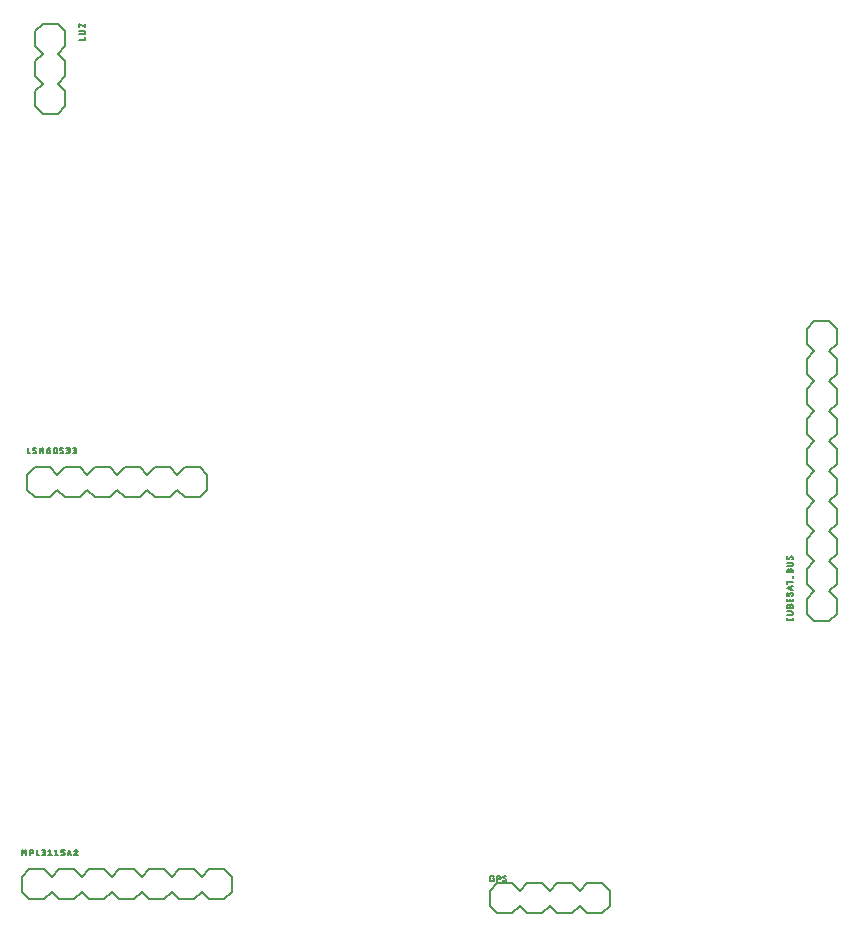
<source format=gbr>
G04 EAGLE Gerber RS-274X export*
G75*
%MOMM*%
%FSLAX34Y34*%
%LPD*%
%INSilkscreen Top*%
%IPPOS*%
%AMOC8*
5,1,8,0,0,1.08239X$1,22.5*%
G01*
%ADD10C,0.203200*%
%ADD11C,0.127000*%


D10*
X621250Y115100D02*
X633950Y115100D01*
X640300Y108750D01*
X640300Y96050D02*
X633950Y89700D01*
X595850Y115100D02*
X589500Y108750D01*
X595850Y115100D02*
X608550Y115100D01*
X614900Y108750D01*
X614900Y96050D02*
X608550Y89700D01*
X595850Y89700D01*
X589500Y96050D01*
X614900Y108750D02*
X621250Y115100D01*
X614900Y96050D02*
X621250Y89700D01*
X633950Y89700D01*
X557750Y115100D02*
X545050Y115100D01*
X557750Y115100D02*
X564100Y108750D01*
X564100Y96050D02*
X557750Y89700D01*
X564100Y108750D02*
X570450Y115100D01*
X583150Y115100D01*
X589500Y108750D01*
X589500Y96050D02*
X583150Y89700D01*
X570450Y89700D01*
X564100Y96050D01*
X538700Y96050D02*
X538700Y108750D01*
X545050Y115100D01*
X538700Y96050D02*
X545050Y89700D01*
X557750Y89700D01*
X640300Y96050D02*
X640300Y108750D01*
D11*
X542016Y119686D02*
X541212Y119686D01*
X542016Y119686D02*
X542016Y117005D01*
X540407Y117005D01*
X540342Y117007D01*
X540278Y117013D01*
X540214Y117023D01*
X540150Y117036D01*
X540088Y117054D01*
X540027Y117075D01*
X539967Y117099D01*
X539909Y117128D01*
X539852Y117160D01*
X539798Y117195D01*
X539746Y117233D01*
X539696Y117275D01*
X539649Y117319D01*
X539605Y117366D01*
X539563Y117416D01*
X539525Y117468D01*
X539490Y117522D01*
X539458Y117579D01*
X539429Y117637D01*
X539405Y117697D01*
X539384Y117758D01*
X539366Y117820D01*
X539353Y117884D01*
X539343Y117948D01*
X539337Y118012D01*
X539335Y118077D01*
X539335Y120759D01*
X539337Y120824D01*
X539343Y120888D01*
X539353Y120952D01*
X539366Y121016D01*
X539384Y121078D01*
X539405Y121139D01*
X539429Y121199D01*
X539458Y121257D01*
X539490Y121314D01*
X539525Y121368D01*
X539563Y121420D01*
X539605Y121470D01*
X539649Y121517D01*
X539696Y121561D01*
X539746Y121603D01*
X539798Y121641D01*
X539852Y121676D01*
X539909Y121708D01*
X539967Y121737D01*
X540027Y121761D01*
X540088Y121782D01*
X540150Y121800D01*
X540214Y121813D01*
X540278Y121823D01*
X540342Y121829D01*
X540407Y121831D01*
X542016Y121831D01*
X545334Y121831D02*
X545334Y117005D01*
X545334Y121831D02*
X546674Y121831D01*
X546745Y121829D01*
X546817Y121823D01*
X546887Y121814D01*
X546957Y121801D01*
X547027Y121784D01*
X547095Y121763D01*
X547162Y121739D01*
X547228Y121711D01*
X547292Y121680D01*
X547355Y121645D01*
X547415Y121607D01*
X547474Y121566D01*
X547530Y121522D01*
X547584Y121475D01*
X547635Y121426D01*
X547683Y121373D01*
X547729Y121318D01*
X547771Y121261D01*
X547811Y121201D01*
X547847Y121140D01*
X547880Y121076D01*
X547909Y121011D01*
X547935Y120945D01*
X547958Y120877D01*
X547977Y120808D01*
X547992Y120738D01*
X548003Y120668D01*
X548011Y120597D01*
X548015Y120526D01*
X548015Y120454D01*
X548011Y120383D01*
X548003Y120312D01*
X547992Y120242D01*
X547977Y120172D01*
X547958Y120103D01*
X547935Y120035D01*
X547909Y119969D01*
X547880Y119904D01*
X547847Y119840D01*
X547811Y119779D01*
X547771Y119719D01*
X547729Y119662D01*
X547683Y119607D01*
X547635Y119554D01*
X547584Y119505D01*
X547530Y119458D01*
X547474Y119414D01*
X547415Y119373D01*
X547355Y119335D01*
X547292Y119300D01*
X547228Y119269D01*
X547162Y119241D01*
X547095Y119217D01*
X547027Y119196D01*
X546957Y119179D01*
X546887Y119166D01*
X546817Y119157D01*
X546745Y119151D01*
X546674Y119149D01*
X546674Y119150D02*
X545334Y119150D01*
X551916Y117005D02*
X551981Y117007D01*
X552045Y117013D01*
X552109Y117023D01*
X552173Y117036D01*
X552235Y117054D01*
X552296Y117075D01*
X552356Y117099D01*
X552414Y117128D01*
X552471Y117160D01*
X552525Y117195D01*
X552577Y117233D01*
X552627Y117275D01*
X552674Y117319D01*
X552718Y117366D01*
X552760Y117416D01*
X552798Y117468D01*
X552833Y117522D01*
X552865Y117579D01*
X552894Y117637D01*
X552918Y117697D01*
X552939Y117758D01*
X552957Y117820D01*
X552970Y117884D01*
X552980Y117948D01*
X552986Y118012D01*
X552988Y118077D01*
X551916Y117005D02*
X551822Y117007D01*
X551728Y117013D01*
X551634Y117023D01*
X551541Y117036D01*
X551449Y117054D01*
X551357Y117075D01*
X551266Y117100D01*
X551176Y117129D01*
X551088Y117162D01*
X551001Y117198D01*
X550916Y117238D01*
X550832Y117281D01*
X550751Y117328D01*
X550671Y117378D01*
X550593Y117431D01*
X550518Y117488D01*
X550445Y117547D01*
X550375Y117610D01*
X550307Y117675D01*
X550442Y120759D02*
X550444Y120824D01*
X550450Y120888D01*
X550460Y120952D01*
X550473Y121016D01*
X550491Y121078D01*
X550512Y121139D01*
X550536Y121199D01*
X550565Y121257D01*
X550597Y121314D01*
X550632Y121368D01*
X550670Y121420D01*
X550712Y121470D01*
X550756Y121517D01*
X550803Y121561D01*
X550853Y121603D01*
X550905Y121641D01*
X550959Y121676D01*
X551016Y121708D01*
X551074Y121737D01*
X551134Y121761D01*
X551195Y121782D01*
X551257Y121800D01*
X551321Y121813D01*
X551385Y121823D01*
X551449Y121829D01*
X551514Y121831D01*
X551600Y121829D01*
X551686Y121824D01*
X551772Y121814D01*
X551857Y121801D01*
X551942Y121785D01*
X552026Y121765D01*
X552109Y121741D01*
X552191Y121714D01*
X552271Y121683D01*
X552351Y121649D01*
X552428Y121611D01*
X552504Y121570D01*
X552578Y121526D01*
X552650Y121479D01*
X552721Y121429D01*
X550978Y119821D02*
X550925Y119854D01*
X550874Y119891D01*
X550825Y119930D01*
X550778Y119972D01*
X550734Y120017D01*
X550693Y120064D01*
X550654Y120113D01*
X550618Y120165D01*
X550585Y120219D01*
X550556Y120274D01*
X550530Y120331D01*
X550507Y120390D01*
X550487Y120449D01*
X550471Y120510D01*
X550458Y120571D01*
X550449Y120634D01*
X550444Y120696D01*
X550442Y120759D01*
X552453Y119015D02*
X552506Y118982D01*
X552557Y118945D01*
X552606Y118906D01*
X552653Y118864D01*
X552697Y118819D01*
X552738Y118772D01*
X552777Y118723D01*
X552813Y118671D01*
X552846Y118617D01*
X552875Y118562D01*
X552901Y118505D01*
X552924Y118446D01*
X552944Y118387D01*
X552960Y118326D01*
X552973Y118265D01*
X552982Y118202D01*
X552987Y118140D01*
X552989Y118077D01*
X552453Y119016D02*
X550978Y119820D01*
D10*
X179500Y786050D02*
X173150Y792400D01*
X179500Y786050D02*
X179500Y773350D01*
X173150Y767000D01*
X160450Y767000D02*
X154100Y773350D01*
X154100Y786050D01*
X160450Y792400D01*
X179500Y824150D02*
X179500Y836850D01*
X179500Y824150D02*
X173150Y817800D01*
X160450Y817800D02*
X154100Y824150D01*
X173150Y817800D02*
X179500Y811450D01*
X179500Y798750D01*
X173150Y792400D01*
X160450Y792400D02*
X154100Y798750D01*
X154100Y811450D01*
X160450Y817800D01*
X160450Y843200D02*
X173150Y843200D01*
X179500Y836850D01*
X160450Y843200D02*
X154100Y836850D01*
X154100Y824150D01*
X160450Y767000D02*
X173150Y767000D01*
D11*
X191405Y829662D02*
X196231Y829662D01*
X196231Y831807D01*
X194890Y834398D02*
X191405Y834398D01*
X194890Y834397D02*
X194961Y834399D01*
X195033Y834405D01*
X195103Y834414D01*
X195173Y834427D01*
X195243Y834444D01*
X195311Y834465D01*
X195378Y834489D01*
X195444Y834517D01*
X195508Y834548D01*
X195571Y834583D01*
X195631Y834621D01*
X195690Y834662D01*
X195746Y834706D01*
X195800Y834753D01*
X195851Y834802D01*
X195899Y834855D01*
X195945Y834910D01*
X195987Y834967D01*
X196027Y835027D01*
X196063Y835088D01*
X196096Y835152D01*
X196125Y835217D01*
X196151Y835283D01*
X196174Y835351D01*
X196193Y835420D01*
X196208Y835490D01*
X196219Y835560D01*
X196227Y835631D01*
X196231Y835702D01*
X196231Y835774D01*
X196227Y835845D01*
X196219Y835916D01*
X196208Y835986D01*
X196193Y836056D01*
X196174Y836125D01*
X196151Y836193D01*
X196125Y836259D01*
X196096Y836324D01*
X196063Y836388D01*
X196027Y836449D01*
X195987Y836509D01*
X195945Y836566D01*
X195899Y836621D01*
X195851Y836674D01*
X195800Y836723D01*
X195746Y836770D01*
X195690Y836814D01*
X195631Y836855D01*
X195571Y836893D01*
X195508Y836928D01*
X195444Y836959D01*
X195378Y836987D01*
X195311Y837011D01*
X195243Y837032D01*
X195173Y837049D01*
X195103Y837062D01*
X195033Y837071D01*
X194961Y837077D01*
X194890Y837079D01*
X191405Y837079D01*
X191405Y839884D02*
X191405Y842565D01*
X196231Y839884D01*
X196231Y842565D01*
D10*
X301250Y127000D02*
X313950Y127000D01*
X320300Y120650D01*
X320300Y107950D02*
X313950Y101600D01*
X275850Y127000D02*
X269500Y120650D01*
X275850Y127000D02*
X288550Y127000D01*
X294900Y120650D01*
X294900Y107950D02*
X288550Y101600D01*
X275850Y101600D01*
X269500Y107950D01*
X294900Y120650D02*
X301250Y127000D01*
X294900Y107950D02*
X301250Y101600D01*
X313950Y101600D01*
X237750Y127000D02*
X225050Y127000D01*
X237750Y127000D02*
X244100Y120650D01*
X244100Y107950D02*
X237750Y101600D01*
X244100Y120650D02*
X250450Y127000D01*
X263150Y127000D01*
X269500Y120650D01*
X269500Y107950D02*
X263150Y101600D01*
X250450Y101600D01*
X244100Y107950D01*
X199650Y127000D02*
X193300Y120650D01*
X199650Y127000D02*
X212350Y127000D01*
X218700Y120650D01*
X218700Y107950D02*
X212350Y101600D01*
X199650Y101600D01*
X193300Y107950D01*
X218700Y120650D02*
X225050Y127000D01*
X218700Y107950D02*
X225050Y101600D01*
X237750Y101600D01*
X161550Y127000D02*
X148850Y127000D01*
X161550Y127000D02*
X167900Y120650D01*
X167900Y107950D02*
X161550Y101600D01*
X167900Y120650D02*
X174250Y127000D01*
X186950Y127000D01*
X193300Y120650D01*
X193300Y107950D02*
X186950Y101600D01*
X174250Y101600D01*
X167900Y107950D01*
X142500Y107950D02*
X142500Y120650D01*
X148850Y127000D01*
X142500Y107950D02*
X148850Y101600D01*
X161550Y101600D01*
X320300Y107950D02*
X320300Y120650D01*
D11*
X143135Y138905D02*
X143135Y143731D01*
X144744Y141050D01*
X146352Y143731D01*
X146352Y138905D01*
X149768Y138905D02*
X149768Y143731D01*
X151108Y143731D01*
X151179Y143729D01*
X151251Y143723D01*
X151321Y143714D01*
X151391Y143701D01*
X151461Y143684D01*
X151529Y143663D01*
X151596Y143639D01*
X151662Y143611D01*
X151726Y143580D01*
X151789Y143545D01*
X151849Y143507D01*
X151908Y143466D01*
X151964Y143422D01*
X152018Y143375D01*
X152069Y143326D01*
X152117Y143273D01*
X152163Y143218D01*
X152205Y143161D01*
X152245Y143101D01*
X152281Y143040D01*
X152314Y142976D01*
X152343Y142911D01*
X152369Y142845D01*
X152392Y142777D01*
X152411Y142708D01*
X152426Y142638D01*
X152437Y142568D01*
X152445Y142497D01*
X152449Y142426D01*
X152449Y142354D01*
X152445Y142283D01*
X152437Y142212D01*
X152426Y142142D01*
X152411Y142072D01*
X152392Y142003D01*
X152369Y141935D01*
X152343Y141869D01*
X152314Y141804D01*
X152281Y141740D01*
X152245Y141679D01*
X152205Y141619D01*
X152163Y141562D01*
X152117Y141507D01*
X152069Y141454D01*
X152018Y141405D01*
X151964Y141358D01*
X151908Y141314D01*
X151849Y141273D01*
X151789Y141235D01*
X151726Y141200D01*
X151662Y141169D01*
X151596Y141141D01*
X151529Y141117D01*
X151461Y141096D01*
X151391Y141079D01*
X151321Y141066D01*
X151251Y141057D01*
X151179Y141051D01*
X151108Y141049D01*
X151108Y141050D02*
X149768Y141050D01*
X155127Y138905D02*
X155127Y143731D01*
X155127Y138905D02*
X157272Y138905D01*
X159679Y138905D02*
X161020Y138905D01*
X161091Y138907D01*
X161163Y138913D01*
X161233Y138922D01*
X161303Y138935D01*
X161373Y138952D01*
X161441Y138973D01*
X161508Y138997D01*
X161574Y139025D01*
X161638Y139056D01*
X161701Y139091D01*
X161761Y139129D01*
X161820Y139170D01*
X161876Y139214D01*
X161930Y139261D01*
X161981Y139310D01*
X162029Y139363D01*
X162075Y139418D01*
X162117Y139475D01*
X162157Y139535D01*
X162193Y139596D01*
X162226Y139660D01*
X162255Y139725D01*
X162281Y139791D01*
X162304Y139859D01*
X162323Y139928D01*
X162338Y139998D01*
X162349Y140068D01*
X162357Y140139D01*
X162361Y140210D01*
X162361Y140282D01*
X162357Y140353D01*
X162349Y140424D01*
X162338Y140494D01*
X162323Y140564D01*
X162304Y140633D01*
X162281Y140701D01*
X162255Y140767D01*
X162226Y140832D01*
X162193Y140896D01*
X162157Y140957D01*
X162117Y141017D01*
X162075Y141074D01*
X162029Y141129D01*
X161981Y141182D01*
X161930Y141231D01*
X161876Y141278D01*
X161820Y141322D01*
X161761Y141363D01*
X161701Y141401D01*
X161638Y141436D01*
X161574Y141467D01*
X161508Y141495D01*
X161441Y141519D01*
X161373Y141540D01*
X161303Y141557D01*
X161233Y141570D01*
X161163Y141579D01*
X161091Y141585D01*
X161020Y141587D01*
X161288Y143731D02*
X159679Y143731D01*
X161288Y143731D02*
X161353Y143729D01*
X161417Y143723D01*
X161481Y143713D01*
X161545Y143700D01*
X161607Y143682D01*
X161668Y143661D01*
X161728Y143637D01*
X161786Y143608D01*
X161843Y143576D01*
X161897Y143541D01*
X161949Y143503D01*
X161999Y143461D01*
X162046Y143417D01*
X162090Y143370D01*
X162132Y143320D01*
X162170Y143268D01*
X162205Y143214D01*
X162237Y143157D01*
X162266Y143099D01*
X162290Y143039D01*
X162311Y142978D01*
X162329Y142916D01*
X162342Y142852D01*
X162352Y142788D01*
X162358Y142724D01*
X162360Y142659D01*
X162358Y142594D01*
X162352Y142530D01*
X162342Y142466D01*
X162329Y142402D01*
X162311Y142340D01*
X162290Y142279D01*
X162266Y142219D01*
X162237Y142161D01*
X162205Y142104D01*
X162170Y142050D01*
X162132Y141998D01*
X162090Y141948D01*
X162046Y141901D01*
X161999Y141857D01*
X161949Y141815D01*
X161897Y141777D01*
X161843Y141742D01*
X161786Y141710D01*
X161728Y141681D01*
X161668Y141657D01*
X161607Y141636D01*
X161545Y141618D01*
X161481Y141605D01*
X161417Y141595D01*
X161353Y141589D01*
X161288Y141587D01*
X161288Y141586D02*
X160216Y141586D01*
X165166Y142659D02*
X166506Y143731D01*
X166506Y138905D01*
X165166Y138905D02*
X167847Y138905D01*
X170652Y142659D02*
X171993Y143731D01*
X171993Y138905D01*
X173333Y138905D02*
X170652Y138905D01*
X176138Y138905D02*
X177747Y138905D01*
X177812Y138907D01*
X177876Y138913D01*
X177940Y138923D01*
X178004Y138936D01*
X178066Y138954D01*
X178127Y138975D01*
X178187Y138999D01*
X178245Y139028D01*
X178302Y139060D01*
X178356Y139095D01*
X178408Y139133D01*
X178458Y139175D01*
X178505Y139219D01*
X178549Y139266D01*
X178591Y139316D01*
X178629Y139368D01*
X178664Y139422D01*
X178696Y139479D01*
X178725Y139537D01*
X178749Y139597D01*
X178770Y139658D01*
X178788Y139720D01*
X178801Y139784D01*
X178811Y139848D01*
X178817Y139912D01*
X178819Y139977D01*
X178819Y140514D01*
X178817Y140579D01*
X178811Y140643D01*
X178801Y140707D01*
X178788Y140771D01*
X178770Y140833D01*
X178749Y140894D01*
X178725Y140954D01*
X178696Y141012D01*
X178664Y141069D01*
X178629Y141123D01*
X178591Y141175D01*
X178549Y141225D01*
X178505Y141272D01*
X178458Y141316D01*
X178408Y141358D01*
X178356Y141396D01*
X178302Y141431D01*
X178245Y141463D01*
X178187Y141492D01*
X178127Y141516D01*
X178066Y141537D01*
X178004Y141555D01*
X177940Y141568D01*
X177876Y141578D01*
X177812Y141584D01*
X177747Y141586D01*
X176138Y141586D01*
X176138Y143731D01*
X178819Y143731D01*
X182965Y143731D02*
X181357Y138905D01*
X184574Y138905D02*
X182965Y143731D01*
X184172Y140112D02*
X181759Y140112D01*
X188586Y143731D02*
X188654Y143729D01*
X188721Y143723D01*
X188788Y143714D01*
X188855Y143701D01*
X188920Y143684D01*
X188985Y143663D01*
X189048Y143639D01*
X189110Y143611D01*
X189170Y143580D01*
X189228Y143546D01*
X189284Y143508D01*
X189339Y143468D01*
X189390Y143424D01*
X189439Y143377D01*
X189486Y143328D01*
X189530Y143277D01*
X189570Y143222D01*
X189608Y143166D01*
X189642Y143108D01*
X189673Y143048D01*
X189701Y142986D01*
X189725Y142923D01*
X189746Y142858D01*
X189763Y142793D01*
X189776Y142726D01*
X189785Y142659D01*
X189791Y142592D01*
X189793Y142524D01*
X188586Y143731D02*
X188508Y143729D01*
X188430Y143723D01*
X188353Y143713D01*
X188276Y143700D01*
X188200Y143682D01*
X188125Y143661D01*
X188051Y143636D01*
X187979Y143607D01*
X187908Y143575D01*
X187839Y143539D01*
X187771Y143500D01*
X187706Y143457D01*
X187643Y143411D01*
X187582Y143362D01*
X187524Y143310D01*
X187469Y143255D01*
X187416Y143198D01*
X187367Y143138D01*
X187320Y143075D01*
X187277Y143011D01*
X187237Y142944D01*
X187200Y142875D01*
X187167Y142804D01*
X187137Y142732D01*
X187111Y142659D01*
X189390Y141586D02*
X189439Y141635D01*
X189486Y141687D01*
X189529Y141742D01*
X189570Y141799D01*
X189608Y141858D01*
X189642Y141919D01*
X189673Y141982D01*
X189701Y142046D01*
X189725Y142112D01*
X189745Y142178D01*
X189762Y142246D01*
X189775Y142315D01*
X189784Y142384D01*
X189790Y142454D01*
X189792Y142524D01*
X189390Y141586D02*
X187111Y138905D01*
X189792Y138905D01*
D10*
X274100Y460950D02*
X280450Y467300D01*
X293150Y467300D01*
X299500Y460950D01*
X299500Y448250D02*
X293150Y441900D01*
X280450Y441900D01*
X274100Y448250D01*
X242350Y467300D02*
X229650Y467300D01*
X242350Y467300D02*
X248700Y460950D01*
X248700Y448250D02*
X242350Y441900D01*
X248700Y460950D02*
X255050Y467300D01*
X267750Y467300D01*
X274100Y460950D01*
X274100Y448250D02*
X267750Y441900D01*
X255050Y441900D01*
X248700Y448250D01*
X204250Y467300D02*
X197900Y460950D01*
X204250Y467300D02*
X216950Y467300D01*
X223300Y460950D01*
X223300Y448250D02*
X216950Y441900D01*
X204250Y441900D01*
X197900Y448250D01*
X223300Y460950D02*
X229650Y467300D01*
X223300Y448250D02*
X229650Y441900D01*
X242350Y441900D01*
X166150Y467300D02*
X153450Y467300D01*
X166150Y467300D02*
X172500Y460950D01*
X172500Y448250D02*
X166150Y441900D01*
X172500Y460950D02*
X178850Y467300D01*
X191550Y467300D01*
X197900Y460950D01*
X197900Y448250D02*
X191550Y441900D01*
X178850Y441900D01*
X172500Y448250D01*
X147100Y448250D02*
X147100Y460950D01*
X153450Y467300D01*
X147100Y448250D02*
X153450Y441900D01*
X166150Y441900D01*
X299500Y448250D02*
X299500Y460950D01*
D11*
X147735Y479205D02*
X147735Y484031D01*
X147735Y479205D02*
X149880Y479205D01*
X153713Y479205D02*
X153778Y479207D01*
X153842Y479213D01*
X153906Y479223D01*
X153970Y479236D01*
X154032Y479254D01*
X154093Y479275D01*
X154153Y479299D01*
X154211Y479328D01*
X154268Y479360D01*
X154322Y479395D01*
X154374Y479433D01*
X154424Y479475D01*
X154471Y479519D01*
X154515Y479566D01*
X154557Y479616D01*
X154595Y479668D01*
X154630Y479722D01*
X154662Y479779D01*
X154691Y479837D01*
X154715Y479897D01*
X154736Y479958D01*
X154754Y480020D01*
X154767Y480084D01*
X154777Y480148D01*
X154783Y480212D01*
X154785Y480277D01*
X153713Y479205D02*
X153619Y479207D01*
X153525Y479213D01*
X153431Y479223D01*
X153338Y479236D01*
X153246Y479254D01*
X153154Y479275D01*
X153063Y479300D01*
X152973Y479329D01*
X152885Y479362D01*
X152798Y479398D01*
X152713Y479438D01*
X152629Y479481D01*
X152548Y479528D01*
X152468Y479578D01*
X152390Y479631D01*
X152315Y479688D01*
X152242Y479747D01*
X152172Y479810D01*
X152104Y479875D01*
X152239Y482959D02*
X152241Y483024D01*
X152247Y483088D01*
X152257Y483152D01*
X152270Y483216D01*
X152288Y483278D01*
X152309Y483339D01*
X152333Y483399D01*
X152362Y483457D01*
X152394Y483514D01*
X152429Y483568D01*
X152467Y483620D01*
X152509Y483670D01*
X152553Y483717D01*
X152600Y483761D01*
X152650Y483803D01*
X152702Y483841D01*
X152756Y483876D01*
X152813Y483908D01*
X152871Y483937D01*
X152931Y483961D01*
X152992Y483982D01*
X153054Y484000D01*
X153118Y484013D01*
X153182Y484023D01*
X153246Y484029D01*
X153311Y484031D01*
X153397Y484029D01*
X153483Y484024D01*
X153569Y484014D01*
X153654Y484001D01*
X153739Y483985D01*
X153823Y483965D01*
X153906Y483941D01*
X153988Y483914D01*
X154068Y483883D01*
X154148Y483849D01*
X154225Y483811D01*
X154301Y483770D01*
X154375Y483726D01*
X154447Y483679D01*
X154518Y483629D01*
X152775Y482021D02*
X152722Y482054D01*
X152671Y482091D01*
X152622Y482130D01*
X152575Y482172D01*
X152531Y482217D01*
X152490Y482264D01*
X152451Y482313D01*
X152415Y482365D01*
X152382Y482419D01*
X152353Y482474D01*
X152327Y482531D01*
X152304Y482590D01*
X152284Y482649D01*
X152268Y482710D01*
X152255Y482771D01*
X152246Y482834D01*
X152241Y482896D01*
X152239Y482959D01*
X154249Y481215D02*
X154302Y481182D01*
X154353Y481145D01*
X154402Y481106D01*
X154449Y481064D01*
X154493Y481019D01*
X154534Y480972D01*
X154573Y480923D01*
X154609Y480871D01*
X154642Y480817D01*
X154671Y480762D01*
X154697Y480705D01*
X154720Y480646D01*
X154740Y480587D01*
X154756Y480526D01*
X154769Y480465D01*
X154778Y480402D01*
X154783Y480340D01*
X154785Y480277D01*
X154249Y481216D02*
X152775Y482020D01*
X157689Y484031D02*
X157689Y479205D01*
X159297Y481350D02*
X157689Y484031D01*
X159297Y481350D02*
X160906Y484031D01*
X160906Y479205D01*
X163992Y481886D02*
X165600Y481886D01*
X165665Y481884D01*
X165729Y481878D01*
X165793Y481868D01*
X165857Y481855D01*
X165919Y481837D01*
X165980Y481816D01*
X166040Y481792D01*
X166098Y481763D01*
X166155Y481731D01*
X166209Y481696D01*
X166261Y481658D01*
X166311Y481616D01*
X166358Y481572D01*
X166402Y481525D01*
X166444Y481475D01*
X166482Y481423D01*
X166517Y481369D01*
X166549Y481312D01*
X166578Y481254D01*
X166602Y481194D01*
X166623Y481133D01*
X166641Y481071D01*
X166654Y481007D01*
X166664Y480943D01*
X166670Y480879D01*
X166672Y480814D01*
X166673Y480814D02*
X166673Y480546D01*
X166671Y480475D01*
X166665Y480403D01*
X166656Y480333D01*
X166643Y480263D01*
X166626Y480193D01*
X166605Y480125D01*
X166581Y480058D01*
X166553Y479992D01*
X166522Y479928D01*
X166487Y479865D01*
X166449Y479805D01*
X166408Y479746D01*
X166364Y479690D01*
X166317Y479636D01*
X166268Y479585D01*
X166215Y479537D01*
X166160Y479491D01*
X166103Y479449D01*
X166043Y479409D01*
X165982Y479373D01*
X165918Y479340D01*
X165853Y479311D01*
X165787Y479285D01*
X165719Y479262D01*
X165650Y479243D01*
X165580Y479228D01*
X165510Y479217D01*
X165439Y479209D01*
X165368Y479205D01*
X165296Y479205D01*
X165225Y479209D01*
X165154Y479217D01*
X165084Y479228D01*
X165014Y479243D01*
X164945Y479262D01*
X164877Y479285D01*
X164811Y479311D01*
X164746Y479340D01*
X164682Y479373D01*
X164621Y479409D01*
X164561Y479449D01*
X164504Y479491D01*
X164449Y479537D01*
X164396Y479585D01*
X164347Y479636D01*
X164300Y479690D01*
X164256Y479746D01*
X164215Y479805D01*
X164177Y479865D01*
X164142Y479928D01*
X164111Y479992D01*
X164083Y480058D01*
X164059Y480125D01*
X164038Y480193D01*
X164021Y480263D01*
X164008Y480333D01*
X163999Y480403D01*
X163993Y480475D01*
X163991Y480546D01*
X163992Y480546D02*
X163992Y481886D01*
X163994Y481977D01*
X164000Y482068D01*
X164009Y482158D01*
X164023Y482249D01*
X164040Y482338D01*
X164061Y482426D01*
X164086Y482514D01*
X164115Y482601D01*
X164147Y482686D01*
X164182Y482770D01*
X164222Y482852D01*
X164264Y482932D01*
X164310Y483011D01*
X164360Y483087D01*
X164412Y483161D01*
X164468Y483234D01*
X164527Y483303D01*
X164588Y483370D01*
X164653Y483435D01*
X164720Y483496D01*
X164789Y483555D01*
X164861Y483611D01*
X164936Y483663D01*
X165012Y483713D01*
X165091Y483759D01*
X165171Y483801D01*
X165253Y483841D01*
X165337Y483876D01*
X165422Y483908D01*
X165509Y483937D01*
X165596Y483962D01*
X165685Y483983D01*
X165774Y484000D01*
X165865Y484014D01*
X165955Y484023D01*
X166046Y484029D01*
X166137Y484031D01*
X169661Y484031D02*
X169661Y479205D01*
X169661Y484031D02*
X171001Y484031D01*
X171071Y484029D01*
X171141Y484024D01*
X171211Y484014D01*
X171280Y484002D01*
X171348Y483985D01*
X171415Y483965D01*
X171482Y483942D01*
X171546Y483915D01*
X171610Y483885D01*
X171672Y483851D01*
X171731Y483815D01*
X171789Y483775D01*
X171845Y483732D01*
X171898Y483687D01*
X171949Y483638D01*
X171998Y483587D01*
X172043Y483534D01*
X172086Y483478D01*
X172126Y483420D01*
X172162Y483361D01*
X172196Y483299D01*
X172226Y483235D01*
X172253Y483171D01*
X172276Y483104D01*
X172296Y483037D01*
X172313Y482969D01*
X172325Y482900D01*
X172335Y482830D01*
X172340Y482760D01*
X172342Y482690D01*
X172342Y480546D01*
X172343Y480546D02*
X172341Y480476D01*
X172336Y480406D01*
X172326Y480336D01*
X172314Y480267D01*
X172297Y480199D01*
X172277Y480132D01*
X172254Y480065D01*
X172227Y480001D01*
X172197Y479937D01*
X172163Y479875D01*
X172127Y479816D01*
X172087Y479758D01*
X172044Y479702D01*
X171999Y479649D01*
X171950Y479598D01*
X171899Y479549D01*
X171846Y479504D01*
X171790Y479461D01*
X171732Y479421D01*
X171672Y479385D01*
X171611Y479351D01*
X171547Y479321D01*
X171483Y479294D01*
X171416Y479271D01*
X171349Y479251D01*
X171281Y479234D01*
X171212Y479222D01*
X171142Y479212D01*
X171072Y479207D01*
X171002Y479205D01*
X171001Y479205D02*
X169661Y479205D01*
X176756Y479205D02*
X176821Y479207D01*
X176885Y479213D01*
X176949Y479223D01*
X177013Y479236D01*
X177075Y479254D01*
X177136Y479275D01*
X177196Y479299D01*
X177254Y479328D01*
X177311Y479360D01*
X177365Y479395D01*
X177417Y479433D01*
X177467Y479475D01*
X177514Y479519D01*
X177558Y479566D01*
X177600Y479616D01*
X177638Y479668D01*
X177673Y479722D01*
X177705Y479779D01*
X177734Y479837D01*
X177758Y479897D01*
X177779Y479958D01*
X177797Y480020D01*
X177810Y480084D01*
X177820Y480148D01*
X177826Y480212D01*
X177828Y480277D01*
X176756Y479205D02*
X176662Y479207D01*
X176568Y479213D01*
X176474Y479223D01*
X176381Y479236D01*
X176289Y479254D01*
X176197Y479275D01*
X176106Y479300D01*
X176016Y479329D01*
X175928Y479362D01*
X175841Y479398D01*
X175756Y479438D01*
X175672Y479481D01*
X175591Y479528D01*
X175511Y479578D01*
X175433Y479631D01*
X175358Y479688D01*
X175285Y479747D01*
X175215Y479810D01*
X175147Y479875D01*
X175282Y482959D02*
X175284Y483024D01*
X175290Y483088D01*
X175300Y483152D01*
X175313Y483216D01*
X175331Y483278D01*
X175352Y483339D01*
X175376Y483399D01*
X175405Y483457D01*
X175437Y483514D01*
X175472Y483568D01*
X175510Y483620D01*
X175552Y483670D01*
X175596Y483717D01*
X175643Y483761D01*
X175693Y483803D01*
X175745Y483841D01*
X175799Y483876D01*
X175856Y483908D01*
X175914Y483937D01*
X175974Y483961D01*
X176035Y483982D01*
X176097Y484000D01*
X176161Y484013D01*
X176225Y484023D01*
X176289Y484029D01*
X176354Y484031D01*
X176440Y484029D01*
X176526Y484024D01*
X176612Y484014D01*
X176697Y484001D01*
X176782Y483985D01*
X176866Y483965D01*
X176949Y483941D01*
X177031Y483914D01*
X177111Y483883D01*
X177191Y483849D01*
X177268Y483811D01*
X177344Y483770D01*
X177418Y483726D01*
X177490Y483679D01*
X177561Y483629D01*
X175818Y482021D02*
X175765Y482054D01*
X175714Y482091D01*
X175665Y482130D01*
X175618Y482172D01*
X175574Y482217D01*
X175533Y482264D01*
X175494Y482313D01*
X175458Y482365D01*
X175425Y482419D01*
X175396Y482474D01*
X175370Y482531D01*
X175347Y482590D01*
X175327Y482649D01*
X175311Y482710D01*
X175298Y482771D01*
X175289Y482834D01*
X175284Y482896D01*
X175282Y482959D01*
X177292Y481215D02*
X177345Y481182D01*
X177396Y481145D01*
X177445Y481106D01*
X177492Y481064D01*
X177536Y481019D01*
X177577Y480972D01*
X177616Y480923D01*
X177652Y480871D01*
X177685Y480817D01*
X177714Y480762D01*
X177740Y480705D01*
X177763Y480646D01*
X177783Y480587D01*
X177799Y480526D01*
X177812Y480465D01*
X177821Y480402D01*
X177826Y480340D01*
X177828Y480277D01*
X177292Y481216D02*
X175818Y482020D01*
X180451Y479205D02*
X181791Y479205D01*
X181862Y479207D01*
X181934Y479213D01*
X182004Y479222D01*
X182074Y479235D01*
X182144Y479252D01*
X182212Y479273D01*
X182279Y479297D01*
X182345Y479325D01*
X182409Y479356D01*
X182472Y479391D01*
X182532Y479429D01*
X182591Y479470D01*
X182647Y479514D01*
X182701Y479561D01*
X182752Y479610D01*
X182800Y479663D01*
X182846Y479718D01*
X182888Y479775D01*
X182928Y479835D01*
X182964Y479896D01*
X182997Y479960D01*
X183026Y480025D01*
X183052Y480091D01*
X183075Y480159D01*
X183094Y480228D01*
X183109Y480298D01*
X183120Y480368D01*
X183128Y480439D01*
X183132Y480510D01*
X183132Y480582D01*
X183128Y480653D01*
X183120Y480724D01*
X183109Y480794D01*
X183094Y480864D01*
X183075Y480933D01*
X183052Y481001D01*
X183026Y481067D01*
X182997Y481132D01*
X182964Y481196D01*
X182928Y481257D01*
X182888Y481317D01*
X182846Y481374D01*
X182800Y481429D01*
X182752Y481482D01*
X182701Y481531D01*
X182647Y481578D01*
X182591Y481622D01*
X182532Y481663D01*
X182472Y481701D01*
X182409Y481736D01*
X182345Y481767D01*
X182279Y481795D01*
X182212Y481819D01*
X182144Y481840D01*
X182074Y481857D01*
X182004Y481870D01*
X181934Y481879D01*
X181862Y481885D01*
X181791Y481887D01*
X182059Y484031D02*
X180451Y484031D01*
X182059Y484031D02*
X182124Y484029D01*
X182188Y484023D01*
X182252Y484013D01*
X182316Y484000D01*
X182378Y483982D01*
X182439Y483961D01*
X182499Y483937D01*
X182557Y483908D01*
X182614Y483876D01*
X182668Y483841D01*
X182720Y483803D01*
X182770Y483761D01*
X182817Y483717D01*
X182861Y483670D01*
X182903Y483620D01*
X182941Y483568D01*
X182976Y483514D01*
X183008Y483457D01*
X183037Y483399D01*
X183061Y483339D01*
X183082Y483278D01*
X183100Y483216D01*
X183113Y483152D01*
X183123Y483088D01*
X183129Y483024D01*
X183131Y482959D01*
X183129Y482894D01*
X183123Y482830D01*
X183113Y482766D01*
X183100Y482702D01*
X183082Y482640D01*
X183061Y482579D01*
X183037Y482519D01*
X183008Y482461D01*
X182976Y482404D01*
X182941Y482350D01*
X182903Y482298D01*
X182861Y482248D01*
X182817Y482201D01*
X182770Y482157D01*
X182720Y482115D01*
X182668Y482077D01*
X182614Y482042D01*
X182557Y482010D01*
X182499Y481981D01*
X182439Y481957D01*
X182378Y481936D01*
X182316Y481918D01*
X182252Y481905D01*
X182188Y481895D01*
X182124Y481889D01*
X182059Y481887D01*
X182059Y481886D02*
X180987Y481886D01*
X185937Y479205D02*
X187278Y479205D01*
X187349Y479207D01*
X187421Y479213D01*
X187491Y479222D01*
X187561Y479235D01*
X187631Y479252D01*
X187699Y479273D01*
X187766Y479297D01*
X187832Y479325D01*
X187896Y479356D01*
X187959Y479391D01*
X188019Y479429D01*
X188078Y479470D01*
X188134Y479514D01*
X188188Y479561D01*
X188239Y479610D01*
X188287Y479663D01*
X188333Y479718D01*
X188375Y479775D01*
X188415Y479835D01*
X188451Y479896D01*
X188484Y479960D01*
X188513Y480025D01*
X188539Y480091D01*
X188562Y480159D01*
X188581Y480228D01*
X188596Y480298D01*
X188607Y480368D01*
X188615Y480439D01*
X188619Y480510D01*
X188619Y480582D01*
X188615Y480653D01*
X188607Y480724D01*
X188596Y480794D01*
X188581Y480864D01*
X188562Y480933D01*
X188539Y481001D01*
X188513Y481067D01*
X188484Y481132D01*
X188451Y481196D01*
X188415Y481257D01*
X188375Y481317D01*
X188333Y481374D01*
X188287Y481429D01*
X188239Y481482D01*
X188188Y481531D01*
X188134Y481578D01*
X188078Y481622D01*
X188019Y481663D01*
X187959Y481701D01*
X187896Y481736D01*
X187832Y481767D01*
X187766Y481795D01*
X187699Y481819D01*
X187631Y481840D01*
X187561Y481857D01*
X187491Y481870D01*
X187421Y481879D01*
X187349Y481885D01*
X187278Y481887D01*
X187546Y484031D02*
X185937Y484031D01*
X187546Y484031D02*
X187611Y484029D01*
X187675Y484023D01*
X187739Y484013D01*
X187803Y484000D01*
X187865Y483982D01*
X187926Y483961D01*
X187986Y483937D01*
X188044Y483908D01*
X188101Y483876D01*
X188155Y483841D01*
X188207Y483803D01*
X188257Y483761D01*
X188304Y483717D01*
X188348Y483670D01*
X188390Y483620D01*
X188428Y483568D01*
X188463Y483514D01*
X188495Y483457D01*
X188524Y483399D01*
X188548Y483339D01*
X188569Y483278D01*
X188587Y483216D01*
X188600Y483152D01*
X188610Y483088D01*
X188616Y483024D01*
X188618Y482959D01*
X188616Y482894D01*
X188610Y482830D01*
X188600Y482766D01*
X188587Y482702D01*
X188569Y482640D01*
X188548Y482579D01*
X188524Y482519D01*
X188495Y482461D01*
X188463Y482404D01*
X188428Y482350D01*
X188390Y482298D01*
X188348Y482248D01*
X188304Y482201D01*
X188257Y482157D01*
X188207Y482115D01*
X188155Y482077D01*
X188101Y482042D01*
X188044Y482010D01*
X187986Y481981D01*
X187926Y481957D01*
X187865Y481936D01*
X187803Y481918D01*
X187739Y481905D01*
X187675Y481895D01*
X187611Y481889D01*
X187546Y481887D01*
X187546Y481886D02*
X186473Y481886D01*
D10*
X807300Y496050D02*
X807300Y508750D01*
X813650Y515100D01*
X826350Y515100D02*
X832700Y508750D01*
X807300Y470650D02*
X813650Y464300D01*
X807300Y470650D02*
X807300Y483350D01*
X813650Y489700D01*
X826350Y489700D02*
X832700Y483350D01*
X832700Y470650D01*
X826350Y464300D01*
X813650Y489700D02*
X807300Y496050D01*
X826350Y489700D02*
X832700Y496050D01*
X832700Y508750D01*
X807300Y432550D02*
X807300Y419850D01*
X807300Y432550D02*
X813650Y438900D01*
X826350Y438900D02*
X832700Y432550D01*
X813650Y438900D02*
X807300Y445250D01*
X807300Y457950D01*
X813650Y464300D01*
X826350Y464300D02*
X832700Y457950D01*
X832700Y445250D01*
X826350Y438900D01*
X807300Y394450D02*
X813650Y388100D01*
X807300Y394450D02*
X807300Y407150D01*
X813650Y413500D01*
X826350Y413500D02*
X832700Y407150D01*
X832700Y394450D01*
X826350Y388100D01*
X813650Y413500D02*
X807300Y419850D01*
X826350Y413500D02*
X832700Y419850D01*
X832700Y432550D01*
X807300Y356350D02*
X807300Y343650D01*
X807300Y356350D02*
X813650Y362700D01*
X826350Y362700D02*
X832700Y356350D01*
X813650Y362700D02*
X807300Y369050D01*
X807300Y381750D01*
X813650Y388100D01*
X826350Y388100D02*
X832700Y381750D01*
X832700Y369050D01*
X826350Y362700D01*
X826350Y337300D02*
X813650Y337300D01*
X807300Y343650D01*
X826350Y337300D02*
X832700Y343650D01*
X832700Y356350D01*
X807300Y521450D02*
X807300Y534150D01*
X813650Y540500D01*
X826350Y540500D02*
X832700Y534150D01*
X813650Y515100D02*
X807300Y521450D01*
X826350Y515100D02*
X832700Y521450D01*
X832700Y534150D01*
X807300Y546850D02*
X807300Y559550D01*
X813650Y565900D01*
X826350Y565900D02*
X832700Y559550D01*
X813650Y540500D02*
X807300Y546850D01*
X826350Y540500D02*
X832700Y546850D01*
X832700Y559550D01*
X807300Y572250D02*
X807300Y584950D01*
X813650Y591300D01*
X826350Y591300D01*
X832700Y584950D01*
X813650Y565900D02*
X807300Y572250D01*
X826350Y565900D02*
X832700Y572250D01*
X832700Y584950D01*
D11*
X795395Y340080D02*
X795395Y339007D01*
X795393Y338942D01*
X795387Y338878D01*
X795377Y338814D01*
X795364Y338750D01*
X795346Y338688D01*
X795325Y338627D01*
X795301Y338567D01*
X795272Y338509D01*
X795240Y338452D01*
X795205Y338398D01*
X795167Y338346D01*
X795125Y338296D01*
X795081Y338249D01*
X795034Y338205D01*
X794984Y338163D01*
X794932Y338125D01*
X794878Y338090D01*
X794821Y338058D01*
X794763Y338029D01*
X794703Y338005D01*
X794642Y337984D01*
X794580Y337966D01*
X794516Y337953D01*
X794452Y337943D01*
X794388Y337937D01*
X794323Y337935D01*
X791641Y337935D01*
X791576Y337937D01*
X791512Y337943D01*
X791448Y337953D01*
X791384Y337966D01*
X791322Y337984D01*
X791261Y338005D01*
X791201Y338030D01*
X791142Y338058D01*
X791086Y338090D01*
X791031Y338125D01*
X790979Y338163D01*
X790929Y338205D01*
X790882Y338249D01*
X790838Y338296D01*
X790796Y338346D01*
X790758Y338398D01*
X790723Y338453D01*
X790691Y338509D01*
X790663Y338568D01*
X790638Y338627D01*
X790617Y338689D01*
X790599Y338751D01*
X790586Y338815D01*
X790576Y338879D01*
X790570Y338943D01*
X790568Y339008D01*
X790569Y339007D02*
X790569Y340080D01*
X790569Y342719D02*
X794054Y342719D01*
X794054Y342718D02*
X794125Y342720D01*
X794197Y342726D01*
X794267Y342735D01*
X794337Y342748D01*
X794407Y342765D01*
X794475Y342786D01*
X794542Y342810D01*
X794608Y342838D01*
X794672Y342869D01*
X794735Y342904D01*
X794795Y342942D01*
X794854Y342983D01*
X794910Y343027D01*
X794964Y343074D01*
X795015Y343123D01*
X795063Y343176D01*
X795109Y343231D01*
X795151Y343288D01*
X795191Y343348D01*
X795227Y343409D01*
X795260Y343473D01*
X795289Y343538D01*
X795315Y343604D01*
X795338Y343672D01*
X795357Y343741D01*
X795372Y343811D01*
X795383Y343881D01*
X795391Y343952D01*
X795395Y344023D01*
X795395Y344095D01*
X795391Y344166D01*
X795383Y344237D01*
X795372Y344307D01*
X795357Y344377D01*
X795338Y344446D01*
X795315Y344514D01*
X795289Y344580D01*
X795260Y344645D01*
X795227Y344709D01*
X795191Y344770D01*
X795151Y344830D01*
X795109Y344887D01*
X795063Y344942D01*
X795015Y344995D01*
X794964Y345044D01*
X794910Y345091D01*
X794854Y345135D01*
X794795Y345176D01*
X794735Y345214D01*
X794672Y345249D01*
X794608Y345280D01*
X794542Y345308D01*
X794475Y345332D01*
X794407Y345353D01*
X794337Y345370D01*
X794267Y345383D01*
X794197Y345392D01*
X794125Y345398D01*
X794054Y345400D01*
X790569Y345400D01*
X792714Y348717D02*
X792714Y350058D01*
X792713Y350058D02*
X792715Y350129D01*
X792721Y350201D01*
X792730Y350271D01*
X792743Y350341D01*
X792760Y350411D01*
X792781Y350479D01*
X792805Y350546D01*
X792833Y350612D01*
X792864Y350676D01*
X792899Y350739D01*
X792937Y350799D01*
X792978Y350858D01*
X793022Y350914D01*
X793069Y350968D01*
X793118Y351019D01*
X793171Y351067D01*
X793226Y351113D01*
X793283Y351155D01*
X793343Y351195D01*
X793404Y351231D01*
X793468Y351264D01*
X793533Y351293D01*
X793599Y351319D01*
X793667Y351342D01*
X793736Y351361D01*
X793806Y351376D01*
X793876Y351387D01*
X793947Y351395D01*
X794018Y351399D01*
X794090Y351399D01*
X794161Y351395D01*
X794232Y351387D01*
X794302Y351376D01*
X794372Y351361D01*
X794441Y351342D01*
X794509Y351319D01*
X794575Y351293D01*
X794640Y351264D01*
X794704Y351231D01*
X794765Y351195D01*
X794825Y351155D01*
X794882Y351113D01*
X794937Y351067D01*
X794990Y351019D01*
X795039Y350968D01*
X795086Y350914D01*
X795130Y350858D01*
X795171Y350799D01*
X795209Y350739D01*
X795244Y350676D01*
X795275Y350612D01*
X795303Y350546D01*
X795327Y350479D01*
X795348Y350411D01*
X795365Y350341D01*
X795378Y350271D01*
X795387Y350201D01*
X795393Y350129D01*
X795395Y350058D01*
X795395Y348717D01*
X790569Y348717D01*
X790569Y350058D01*
X790571Y350123D01*
X790577Y350187D01*
X790587Y350251D01*
X790600Y350315D01*
X790618Y350377D01*
X790639Y350438D01*
X790663Y350498D01*
X790692Y350556D01*
X790724Y350613D01*
X790759Y350667D01*
X790797Y350719D01*
X790839Y350769D01*
X790883Y350816D01*
X790930Y350860D01*
X790980Y350902D01*
X791032Y350940D01*
X791086Y350975D01*
X791143Y351007D01*
X791201Y351036D01*
X791261Y351060D01*
X791322Y351081D01*
X791384Y351099D01*
X791448Y351112D01*
X791512Y351122D01*
X791576Y351128D01*
X791641Y351130D01*
X791706Y351128D01*
X791770Y351122D01*
X791834Y351112D01*
X791898Y351099D01*
X791960Y351081D01*
X792021Y351060D01*
X792081Y351036D01*
X792139Y351007D01*
X792196Y350975D01*
X792250Y350940D01*
X792302Y350902D01*
X792352Y350860D01*
X792399Y350816D01*
X792443Y350769D01*
X792485Y350719D01*
X792523Y350667D01*
X792558Y350613D01*
X792590Y350556D01*
X792619Y350498D01*
X792643Y350438D01*
X792664Y350377D01*
X792682Y350315D01*
X792695Y350251D01*
X792705Y350187D01*
X792711Y350123D01*
X792713Y350058D01*
X795395Y354077D02*
X795395Y356222D01*
X795395Y354077D02*
X790569Y354077D01*
X790569Y356222D01*
X792714Y355685D02*
X792714Y354077D01*
X795395Y360055D02*
X795393Y360120D01*
X795387Y360184D01*
X795377Y360248D01*
X795364Y360312D01*
X795346Y360374D01*
X795325Y360435D01*
X795301Y360495D01*
X795272Y360553D01*
X795240Y360610D01*
X795205Y360664D01*
X795167Y360716D01*
X795125Y360766D01*
X795081Y360813D01*
X795034Y360857D01*
X794984Y360899D01*
X794932Y360937D01*
X794878Y360972D01*
X794821Y361004D01*
X794763Y361033D01*
X794703Y361057D01*
X794642Y361078D01*
X794580Y361096D01*
X794516Y361109D01*
X794452Y361119D01*
X794388Y361125D01*
X794323Y361127D01*
X795395Y360055D02*
X795393Y359961D01*
X795387Y359867D01*
X795377Y359773D01*
X795364Y359680D01*
X795346Y359588D01*
X795325Y359496D01*
X795300Y359405D01*
X795271Y359315D01*
X795238Y359227D01*
X795202Y359140D01*
X795162Y359055D01*
X795119Y358971D01*
X795072Y358890D01*
X795022Y358810D01*
X794969Y358732D01*
X794912Y358657D01*
X794853Y358584D01*
X794790Y358514D01*
X794725Y358446D01*
X791641Y358581D02*
X791576Y358583D01*
X791512Y358589D01*
X791448Y358599D01*
X791384Y358612D01*
X791322Y358630D01*
X791261Y358651D01*
X791201Y358675D01*
X791143Y358704D01*
X791086Y358736D01*
X791032Y358771D01*
X790980Y358809D01*
X790930Y358851D01*
X790883Y358895D01*
X790839Y358942D01*
X790797Y358992D01*
X790759Y359044D01*
X790724Y359098D01*
X790692Y359155D01*
X790663Y359213D01*
X790639Y359273D01*
X790618Y359334D01*
X790600Y359396D01*
X790587Y359460D01*
X790577Y359524D01*
X790571Y359588D01*
X790569Y359653D01*
X790571Y359739D01*
X790576Y359825D01*
X790586Y359911D01*
X790599Y359996D01*
X790615Y360081D01*
X790635Y360165D01*
X790659Y360248D01*
X790686Y360330D01*
X790717Y360410D01*
X790751Y360490D01*
X790789Y360567D01*
X790830Y360643D01*
X790874Y360717D01*
X790921Y360790D01*
X790971Y360860D01*
X792579Y359116D02*
X792546Y359063D01*
X792509Y359012D01*
X792470Y358963D01*
X792428Y358916D01*
X792383Y358872D01*
X792336Y358831D01*
X792287Y358792D01*
X792235Y358756D01*
X792181Y358723D01*
X792126Y358694D01*
X792069Y358668D01*
X792010Y358645D01*
X791951Y358625D01*
X791890Y358609D01*
X791829Y358596D01*
X791766Y358587D01*
X791704Y358582D01*
X791641Y358580D01*
X793385Y360591D02*
X793418Y360644D01*
X793455Y360695D01*
X793494Y360744D01*
X793536Y360791D01*
X793581Y360835D01*
X793628Y360876D01*
X793677Y360915D01*
X793729Y360951D01*
X793783Y360984D01*
X793838Y361013D01*
X793895Y361039D01*
X793954Y361062D01*
X794013Y361082D01*
X794074Y361098D01*
X794135Y361111D01*
X794198Y361120D01*
X794260Y361125D01*
X794323Y361127D01*
X793384Y360591D02*
X792580Y359116D01*
X795395Y363482D02*
X790569Y365090D01*
X795395Y366699D01*
X794189Y366297D02*
X794189Y363884D01*
X795395Y370211D02*
X790569Y370211D01*
X790569Y371551D02*
X790569Y368870D01*
X795931Y373710D02*
X795931Y375855D01*
X792714Y378709D02*
X792714Y380050D01*
X792713Y380050D02*
X792715Y380121D01*
X792721Y380193D01*
X792730Y380263D01*
X792743Y380333D01*
X792760Y380403D01*
X792781Y380471D01*
X792805Y380538D01*
X792833Y380604D01*
X792864Y380668D01*
X792899Y380731D01*
X792937Y380791D01*
X792978Y380850D01*
X793022Y380906D01*
X793069Y380960D01*
X793118Y381011D01*
X793171Y381059D01*
X793226Y381105D01*
X793283Y381147D01*
X793343Y381187D01*
X793404Y381223D01*
X793468Y381256D01*
X793533Y381285D01*
X793599Y381311D01*
X793667Y381334D01*
X793736Y381353D01*
X793806Y381368D01*
X793876Y381379D01*
X793947Y381387D01*
X794018Y381391D01*
X794090Y381391D01*
X794161Y381387D01*
X794232Y381379D01*
X794302Y381368D01*
X794372Y381353D01*
X794441Y381334D01*
X794509Y381311D01*
X794575Y381285D01*
X794640Y381256D01*
X794704Y381223D01*
X794765Y381187D01*
X794825Y381147D01*
X794882Y381105D01*
X794937Y381059D01*
X794990Y381011D01*
X795039Y380960D01*
X795086Y380906D01*
X795130Y380850D01*
X795171Y380791D01*
X795209Y380731D01*
X795244Y380668D01*
X795275Y380604D01*
X795303Y380538D01*
X795327Y380471D01*
X795348Y380403D01*
X795365Y380333D01*
X795378Y380263D01*
X795387Y380193D01*
X795393Y380121D01*
X795395Y380050D01*
X795395Y378709D01*
X790569Y378709D01*
X790569Y380050D01*
X790571Y380115D01*
X790577Y380179D01*
X790587Y380243D01*
X790600Y380307D01*
X790618Y380369D01*
X790639Y380430D01*
X790663Y380490D01*
X790692Y380548D01*
X790724Y380605D01*
X790759Y380659D01*
X790797Y380711D01*
X790839Y380761D01*
X790883Y380808D01*
X790930Y380852D01*
X790980Y380894D01*
X791032Y380932D01*
X791086Y380967D01*
X791143Y380999D01*
X791201Y381028D01*
X791261Y381052D01*
X791322Y381073D01*
X791384Y381091D01*
X791448Y381104D01*
X791512Y381114D01*
X791576Y381120D01*
X791641Y381122D01*
X791706Y381120D01*
X791770Y381114D01*
X791834Y381104D01*
X791898Y381091D01*
X791960Y381073D01*
X792021Y381052D01*
X792081Y381028D01*
X792139Y380999D01*
X792196Y380967D01*
X792250Y380932D01*
X792302Y380894D01*
X792352Y380852D01*
X792399Y380808D01*
X792443Y380761D01*
X792485Y380711D01*
X792523Y380659D01*
X792558Y380605D01*
X792590Y380548D01*
X792619Y380490D01*
X792643Y380430D01*
X792664Y380369D01*
X792682Y380307D01*
X792695Y380243D01*
X792705Y380179D01*
X792711Y380115D01*
X792713Y380050D01*
X794054Y384049D02*
X790569Y384049D01*
X794054Y384049D02*
X794125Y384051D01*
X794197Y384057D01*
X794267Y384066D01*
X794337Y384079D01*
X794407Y384096D01*
X794475Y384117D01*
X794542Y384141D01*
X794608Y384169D01*
X794672Y384200D01*
X794735Y384235D01*
X794795Y384273D01*
X794854Y384314D01*
X794910Y384358D01*
X794964Y384405D01*
X795015Y384454D01*
X795063Y384507D01*
X795109Y384562D01*
X795151Y384619D01*
X795191Y384679D01*
X795227Y384740D01*
X795260Y384804D01*
X795289Y384869D01*
X795315Y384935D01*
X795338Y385003D01*
X795357Y385072D01*
X795372Y385142D01*
X795383Y385212D01*
X795391Y385283D01*
X795395Y385354D01*
X795395Y385426D01*
X795391Y385497D01*
X795383Y385568D01*
X795372Y385638D01*
X795357Y385708D01*
X795338Y385777D01*
X795315Y385845D01*
X795289Y385911D01*
X795260Y385976D01*
X795227Y386040D01*
X795191Y386101D01*
X795151Y386161D01*
X795109Y386218D01*
X795063Y386273D01*
X795015Y386326D01*
X794964Y386375D01*
X794910Y386422D01*
X794854Y386466D01*
X794795Y386507D01*
X794735Y386545D01*
X794672Y386580D01*
X794608Y386611D01*
X794542Y386639D01*
X794475Y386663D01*
X794407Y386684D01*
X794337Y386701D01*
X794267Y386714D01*
X794197Y386723D01*
X794125Y386729D01*
X794054Y386731D01*
X794054Y386730D02*
X790569Y386730D01*
X795395Y391144D02*
X795393Y391209D01*
X795387Y391273D01*
X795377Y391337D01*
X795364Y391401D01*
X795346Y391463D01*
X795325Y391524D01*
X795301Y391584D01*
X795272Y391642D01*
X795240Y391699D01*
X795205Y391753D01*
X795167Y391805D01*
X795125Y391855D01*
X795081Y391902D01*
X795034Y391946D01*
X794984Y391988D01*
X794932Y392026D01*
X794878Y392061D01*
X794821Y392093D01*
X794763Y392122D01*
X794703Y392146D01*
X794642Y392167D01*
X794580Y392185D01*
X794516Y392198D01*
X794452Y392208D01*
X794388Y392214D01*
X794323Y392216D01*
X795395Y391144D02*
X795393Y391050D01*
X795387Y390956D01*
X795377Y390862D01*
X795364Y390769D01*
X795346Y390677D01*
X795325Y390585D01*
X795300Y390494D01*
X795271Y390404D01*
X795238Y390316D01*
X795202Y390229D01*
X795162Y390144D01*
X795119Y390060D01*
X795072Y389979D01*
X795022Y389899D01*
X794969Y389821D01*
X794912Y389746D01*
X794853Y389673D01*
X794790Y389603D01*
X794725Y389535D01*
X791641Y389670D02*
X791576Y389672D01*
X791512Y389678D01*
X791448Y389688D01*
X791384Y389701D01*
X791322Y389719D01*
X791261Y389740D01*
X791201Y389764D01*
X791143Y389793D01*
X791086Y389825D01*
X791032Y389860D01*
X790980Y389898D01*
X790930Y389940D01*
X790883Y389984D01*
X790839Y390031D01*
X790797Y390081D01*
X790759Y390133D01*
X790724Y390187D01*
X790692Y390244D01*
X790663Y390302D01*
X790639Y390362D01*
X790618Y390423D01*
X790600Y390485D01*
X790587Y390549D01*
X790577Y390613D01*
X790571Y390677D01*
X790569Y390742D01*
X790571Y390828D01*
X790576Y390914D01*
X790586Y391000D01*
X790599Y391085D01*
X790615Y391170D01*
X790635Y391254D01*
X790659Y391337D01*
X790686Y391419D01*
X790717Y391499D01*
X790751Y391579D01*
X790789Y391656D01*
X790830Y391732D01*
X790874Y391806D01*
X790921Y391879D01*
X790971Y391949D01*
X792579Y390206D02*
X792546Y390153D01*
X792509Y390102D01*
X792470Y390053D01*
X792428Y390006D01*
X792383Y389962D01*
X792336Y389921D01*
X792287Y389882D01*
X792235Y389846D01*
X792181Y389813D01*
X792126Y389784D01*
X792069Y389758D01*
X792010Y389735D01*
X791951Y389715D01*
X791890Y389699D01*
X791829Y389686D01*
X791766Y389677D01*
X791704Y389672D01*
X791641Y389670D01*
X793385Y391680D02*
X793418Y391733D01*
X793455Y391784D01*
X793494Y391833D01*
X793536Y391880D01*
X793581Y391924D01*
X793628Y391965D01*
X793677Y392004D01*
X793729Y392040D01*
X793783Y392073D01*
X793838Y392102D01*
X793895Y392128D01*
X793954Y392151D01*
X794013Y392171D01*
X794074Y392187D01*
X794135Y392200D01*
X794198Y392209D01*
X794260Y392214D01*
X794323Y392216D01*
X793384Y391680D02*
X792580Y390206D01*
M02*

</source>
